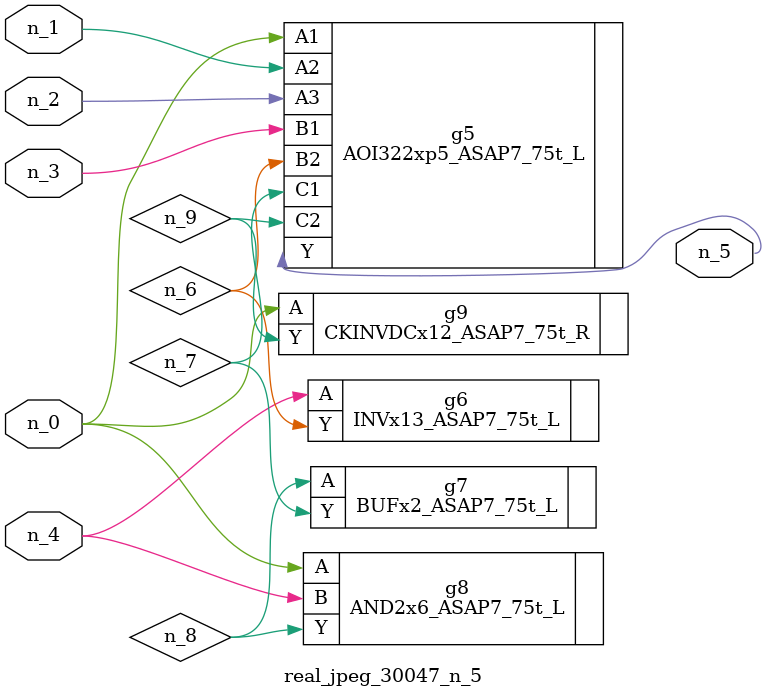
<source format=v>
module real_jpeg_30047_n_5 (n_4, n_0, n_1, n_2, n_3, n_5);

input n_4;
input n_0;
input n_1;
input n_2;
input n_3;

output n_5;

wire n_8;
wire n_6;
wire n_7;
wire n_9;

AOI322xp5_ASAP7_75t_L g5 ( 
.A1(n_0),
.A2(n_1),
.A3(n_2),
.B1(n_3),
.B2(n_6),
.C1(n_7),
.C2(n_9),
.Y(n_5)
);

AND2x6_ASAP7_75t_L g8 ( 
.A(n_0),
.B(n_4),
.Y(n_8)
);

CKINVDCx12_ASAP7_75t_R g9 ( 
.A(n_0),
.Y(n_9)
);

INVx13_ASAP7_75t_L g6 ( 
.A(n_4),
.Y(n_6)
);

BUFx2_ASAP7_75t_L g7 ( 
.A(n_8),
.Y(n_7)
);


endmodule
</source>
